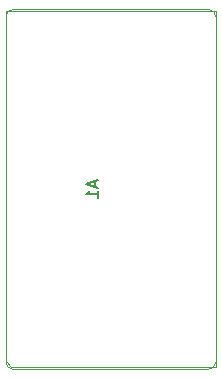
<source format=gbr>
%TF.GenerationSoftware,KiCad,Pcbnew,5.1.6+dfsg1-1~bpo10+1*%
%TF.CreationDate,2020-07-10T20:01:31+00:00*%
%TF.ProjectId,ProMicro_LORA,50726f4d-6963-4726-9f5f-4c4f52412e6b,v1.1*%
%TF.SameCoordinates,Original*%
%TF.FileFunction,Other,Fab,Bot*%
%FSLAX45Y45*%
G04 Gerber Fmt 4.5, Leading zero omitted, Abs format (unit mm)*
G04 Created by KiCad (PCBNEW 5.1.6+dfsg1-1~bpo10+1) date 2020-07-10 20:01:31*
%MOMM*%
%LPD*%
G01*
G04 APERTURE LIST*
%TA.AperFunction,Profile*%
%ADD10C,0.100000*%
%TD*%
%ADD11C,0.100000*%
%ADD12C,0.150000*%
G04 APERTURE END LIST*
D10*
X-127000Y2857500D02*
X-127000Y-63500D01*
X1651000Y2857500D02*
X1651000Y-63500D01*
X-127000Y2857500D02*
G75*
G02*
X-63500Y2921000I63500J0D01*
G01*
X1587500Y2921000D02*
G75*
G02*
X1651000Y2857500I0J-63500D01*
G01*
X-63500Y2921000D02*
X1587500Y2921000D01*
X1651000Y-63500D02*
G75*
G02*
X1587500Y-127000I-63500J0D01*
G01*
X-63500Y-127000D02*
G75*
G02*
X-127000Y-63500I0J63500D01*
G01*
X1587500Y-127000D02*
X-63500Y-127000D01*
D11*
X1650000Y-110000D02*
X1650000Y2905000D01*
X-80000Y-110000D02*
X1650000Y-110000D01*
X-80000Y-110000D02*
X-127000Y-60000D01*
X-127000Y2905000D02*
X-127000Y-60000D01*
X1650000Y2905000D02*
X-127000Y2905000D01*
D12*
X626267Y1468429D02*
X626267Y1420810D01*
X654838Y1477952D02*
X554838Y1444619D01*
X654838Y1411286D01*
X654838Y1325572D02*
X654838Y1382714D01*
X654838Y1354143D02*
X554838Y1354143D01*
X569124Y1363667D01*
X578648Y1373191D01*
X583410Y1382714D01*
M02*

</source>
